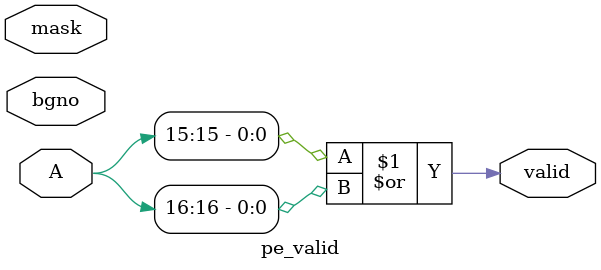
<source format=sv>
module pe_valid (
    input logic [19:0] A,
    input logic [4:0] mask,
    input logic [1:0] bgno,
    output logic valid);

    /*
    logic mux_result;
    pe_mux_4_to_1 #(1) mux(.out(mux_result), 
                    .in0(mask[0]), 
                    .in1(mask[1]), 
                    .in2(mask[2]), 
                    .in3(mask[3]), 
                    .select(bgno));
   assign valid = ((A[17] & mask[4]) | mux_result) & (A[15] | A[16]);
   */
   
   //HACK
   assign valid = (A[15] | A[16]);
endmodule: pe_valid



</source>
